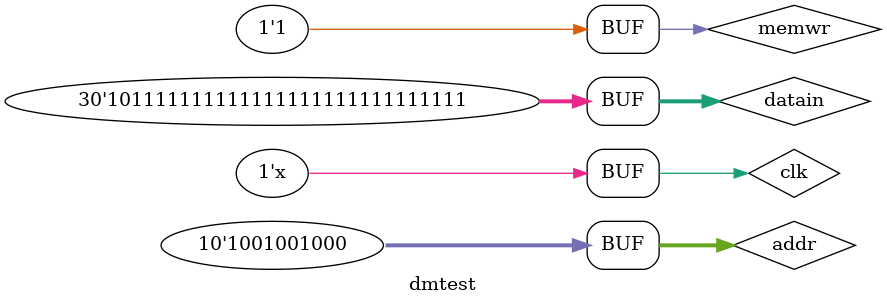
<source format=v>
module dmtest;
  reg memwr;
  reg[9:0]addr;
  reg clk;
  reg[29:0] datain;
  wire[29:0] dataout;
  dm d1(datain,clk,dataout,memwr,addr);
  
  initial
  begin
    clk=0;
    //ten nanoseconds between each operation
    
    #10
    memwr=0;
    addr=10'b1010101010;
    datain=30'b111111111111111111111111111111;
    
    #10
    memwr=0;
    addr=10'b1001001000;
    datain=30'b101111111111111111111111111111;
    
    #10
    memwr=1;
    //cell is temp[682]
    addr=10'b1010101010;
    datain=30'b111111111111111111111111111111;
    
    #10
    memwr=1;
    //cell is temp[584]
    //only this is successfully executed as clock is 1 and memwr is 1
    addr=10'b1001001000;
    datain=30'b101111111111111111111111111111;
  
  end
  always
  //clock changes every 50 ns
  #50 clk=~clk;
  
endmodule


</source>
